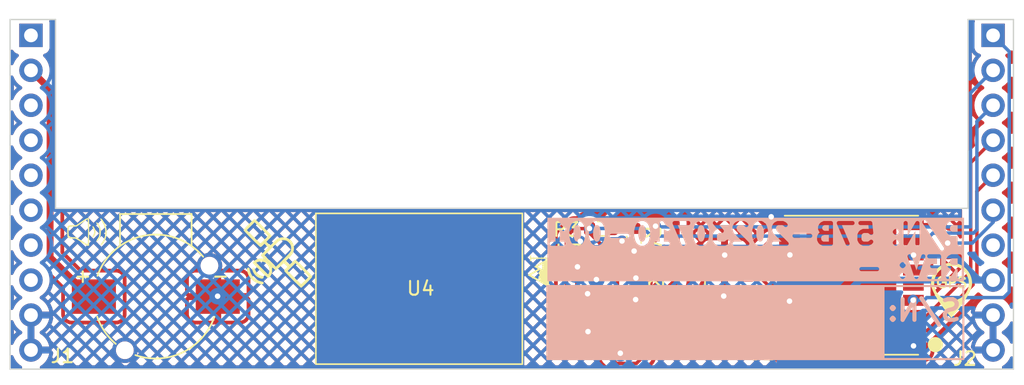
<source format=kicad_pcb>
(kicad_pcb (version 20230620) (generator pcbnew)
  (title_block (title "Beepberry Sensor Carrier") (date "2023-07-10") (rev "-") (company "57Bravo") (comment 1 "P/N: 57B-20230710-001"))
  (layers (0 "F.Cu" signal) (31 "B.Cu" signal) (34 "B.Paste" user) (35 "F.Paste" user) (36 "B.SilkS" user "B.Silkscreen") (37 "F.SilkS" user "F.Silkscreen") (38 "B.Mask" user) (39 "F.Mask" user) (44 "Edge.Cuts" user))
  (net 0 "")
  (net 1 "GND")
  (net 2 "3.3V")
  (net 3 "/ANT")
  (net 13 "/Pi_GPIO6_GPCLK2")
  (net 14 "/Pi_GPIO13_PWM0_1")
  (net 15 "/Pi_GPIO19_SPI1_MISO")
  (net 16 "/Pi_GPIO26_GPCLK1")
  (net 17 "/Pi_GPIO21_SPI1_SCLK")
  (net 18 "/Pi_GPIO20_SPI1_MOSI")
  (net 19 "5V")
  (net 20 "/Pi_GPIO16_CTS1")
  (net 21 "/Pi_GPIO3_SCL1")
  (net 22 "/Pi_GPIO2_SDA1")
  (net 23 "/Pi_GPIO14_TXD1")
  (net 24 "/Pi_GPIO15_RXD1")
  (net 25 "/Pi_GPIO18_PWM0_0")
  (footprint "Connector_PinHeader_2.54mm:PinHeader_1x10_P2.54mm_Vertical" (layer "F.Cu") (at 128.41 86.26)
    (property "Reference" "J1" (at 2.29 23.29 0 unlocked) (layer "F.SilkS"))
    (property "Value" "Conn_01x10_Pin" hide)
    (pad "1" thru_hole rect (at 0 0) (size 1.7 1.7) (drill 1) (layers "*.Cu" "*.Mask") (net 13 "/Pi_GPIO6_GPCLK2"))
    (pad "2" thru_hole oval (at 0 2.54) (size 1.7 1.7) (drill 1) (layers "*.Cu" "*.Mask") (net 14 "/Pi_GPIO13_PWM0_1"))
    (pad "3" thru_hole oval (at 0 5.08) (size 1.7 1.7) (drill 1) (layers "*.Cu" "*.Mask") (net 15 "/Pi_GPIO19_SPI1_MISO"))
    (pad "4" thru_hole oval (at 0 7.62) (size 1.7 1.7) (drill 1) (layers "*.Cu" "*.Mask") (net 16 "/Pi_GPIO26_GPCLK1"))
    (pad "5" thru_hole oval (at 0 10.16) (size 1.7 1.7) (drill 1) (layers "*.Cu" "*.Mask") (net 17 "/Pi_GPIO21_SPI1_SCLK"))
    (pad "6" thru_hole oval (at 0 12.7) (size 1.7 1.7) (drill 1) (layers "*.Cu" "*.Mask") (net 18 "/Pi_GPIO20_SPI1_MOSI"))
    (pad "7" thru_hole oval (at 0 15.24) (size 1.7 1.7) (drill 1) (layers "*.Cu" "*.Mask"))
    (pad "8" thru_hole oval (at 0 17.78) (size 1.7 1.7) (drill 1) (layers "*.Cu" "*.Mask"))
    (pad "9" thru_hole oval (at 0 20.32) (size 1.7 1.7) (drill 1) (layers "*.Cu" "*.Mask") (net 1 "GND"))
    (pad "10" thru_hole oval (at 0 22.86) (size 1.7 1.7) (drill 1) (layers "*.Cu" "*.Mask") (net 1 "GND"))
  )
  (footprint "1_project:CUI_CBT-09427-SMT" (layer "F.Cu") (at 137.48 105.239331)
    (property "Reference" "BUZZER1" hide)
    (property "Value" "CBT-09427-SMT" hide)
    (fp_text user "+" (at -5.30401 -1.52116 0) (layer "F.SilkS") (effects (font (size 1.000756 1.000756))))
    (fp_text user "-" (at 4.70379 -1.52203 0) (layer "F.SilkS") (effects (font (size 1.001331 1.001331))))
    (pad "" np_thru_hole circle (at -2.25 3.897) (size 0.8 0.8) (drill 0.8) (layers "F&B.Cu" "*.Mask"))
    (pad "" np_thru_hole circle (at 3.897 -2.25) (size 0.8 0.8) (drill 0.8) (layers "F&B.Cu" "*.Mask"))
    (pad "M" smd rect (at 4.5 0) (size 3.2 2.5) (layers "F.Cu" "F.Paste" "F.Mask") (net 1 "GND"))
    (pad "P" smd rect (at -4.5 0) (size 3.2 2.5) (layers "F.Cu" "F.Paste" "F.Mask") (net 14 "/Pi_GPIO13_PWM0_1"))
  )
  (footprint "Capacitor_SMD:C_0603_1608Metric" (layer "F.Cu") (at 169.68 105.05)
    (property "Reference" "C1" (at -2.53 0.11 0 unlocked) (layer "F.SilkS"))
    (property "Value" "100n" hide)
    (pad "1" smd roundrect (at -0.775 0) (size 0.9 0.95) (layers "F.Cu" "F.Paste" "F.Mask") (net 1 "GND"))
    (pad "2" smd roundrect (at 0.775 0) (size 0.9 0.95) (layers "F.Cu" "F.Paste" "F.Mask") (net 2 "3.3V"))
  )
  (footprint "LOGO" (layer "F.Cu") (at 195.29 104.77)
    (property "Reference" "G***" hide)
    (property "Value" "LOGO" hide)
  )
  (footprint "LOGO" (layer "F.Cu") (at 165.354 103.378 90)
    (property "Reference" "G***" hide)
    (property "Value" "LOGO" hide)
  )
  (footprint "1_project:LINX_CONUFL001-SMD-T" (layer "F.Cu") (at 178.8 103.65 90)
    (property "Reference" "J3" (at -2.92 1.66 0 unlocked) (layer "F.SilkS"))
    (property "Value" "CONUFL001-SMD-T" hide)
    (pad "1" smd rect (at 0 1.525 90) (size 1 1.05) (layers "F.Cu" "F.Paste" "F.Mask") (net 3 "/ANT"))
    (pad "2" smd rect (at -1.475 0 90) (size 1.05 2.2) (layers "F.Cu" "F.Paste" "F.Mask") (net 1 "GND"))
    (pad "3" smd rect (at 1.475 0 90) (size 1.05 2.2) (layers "F.Cu" "F.Paste" "F.Mask") (net 1 "GND"))
  )
  (footprint "LOGO" (layer "F.Cu") (at 132.48 100.54)
    (property "Reference" "G***" hide)
    (property "Value" "LOGO" hide)
  )
  (footprint "1_project:GPS18P-SMD-1.1-10X9.6MM" (layer "F.Cu") (at 188.02 104.41075 180)
    (property "Reference" "U1" (at 6.55 -4.92925 0 unlocked) (layer "F.SilkS"))
    (property "Value" "MAX-7" hide)
    (property "VALUE" "18p-10x9.6mm" hide)
    (pad "1" smd rect (at -4.5 -4.4 180) (size 1.5 0.8) (layers "F.Cu" "F.Paste" "F.Mask") (net 1 "GND"))
    (pad "2" smd rect (at -4.5 -3.3 180) (size 1.5 0.8) (layers "F.Cu" "F.Paste" "F.Mask") (net 24 "/Pi_GPIO15_RXD1"))
    (pad "3" smd rect (at -4.5 -2.2 180) (size 1.5 0.8) (layers "F.Cu" "F.Paste" "F.Mask") (net 23 "/Pi_GPIO14_TXD1"))
    (pad "4" smd rect (at -4.5 -1.1 180) (size 1.5 0.8) (layers "F.Cu" "F.Paste" "F.Mask") (net 20 "/Pi_GPIO16_CTS1"))
    (pad "5" smd rect (at -4.5 0 180) (size 1.5 0.8) (layers "F.Cu" "F.Paste" "F.Mask"))
    (pad "6" smd rect (at -4.5 1.1 180) (size 1.5 0.8) (layers "F.Cu" "F.Paste" "F.Mask") (net 2 "3.3V"))
    (pad "7" smd rect (at -4.5 2.2 180) (size 1.5 0.8) (layers "F.Cu" "F.Paste" "F.Mask") (net 2 "3.3V"))
    (pad "8" smd rect (at -4.5 3.3 180) (size 1.5 0.8) (layers "F.Cu" "F.Paste" "F.Mask") (net 2 "3.3V"))
    (pad "9" smd rect (at -4.5 4.4 180) (size 1.5 0.8) (layers "F.Cu" "F.Paste" "F.Mask") (net 25 "/Pi_GPIO18_PWM0_0"))
    (pad "10" smd rect (at 4.5 4.4 180) (size 1.5 0.8) (layers "F.Cu" "F.Paste" "F.Mask") (net 1 "GND"))
    (pad "11" smd rect (at 4.5 3.3 180) (size 1.5 0.8) (layers "F.Cu" "F.Paste" "F.Mask") (net 3 "/ANT"))
    (pad "12" smd rect (at 4.5 2.2 180) (size 1.5 0.8) (layers "F.Cu" "F.Paste" "F.Mask") (net 1 "GND"))
    (pad "13" smd rect (at 4.5 1.1 180) (size 1.5 0.8) (layers "F.Cu" "F.Paste" "F.Mask"))
    (pad "14" smd rect (at 4.5 0 180) (size 1.5 0.8) (layers "F.Cu" "F.Paste" "F.Mask") (net 3 "/ANT"))
    (pad "15" smd rect (at 4.5 -1.1 180) (size 1.5 0.8) (layers "F.Cu" "F.Paste" "F.Mask") (net 1 "GND"))
    (pad "16" smd rect (at 4.5 -2.2 180) (size 1.5 0.8) (layers "F.Cu" "F.Paste" "F.Mask"))
    (pad "17" smd rect (at 4.5 -3.3 180) (size 1.5 0.8) (layers "F.Cu" "F.Paste" "F.Mask"))
    (pad "18" smd rect (at 4.5 -4.4 180) (size 1.5 0.8) (layers "F.Cu" "F.Paste" "F.Mask"))
  )
  (footprint "1_project:gps_ant" (layer "F.Cu") (at 156.71 104.67)
    (property "Reference" "U4" (at 0.008 -0.022 0 unlocked) (layer "F.SilkS"))
    (property "Value" "GPS_ANT" hide)
  )
  (footprint "Capacitor_SMD:C_0603_1608Metric" (layer "F.Cu") (at 172.34 104.68 90)
    (property "Reference" "C2" (at -0.18 1.54 90 unlocked) (layer "F.SilkS"))
    (property "Value" "100n" hide)
    (pad "1" smd roundrect (at -0.775 0 90) (size 0.9 0.95) (layers "F.Cu" "F.Paste" "F.Mask") (net 2 "3.3V"))
    (pad "2" smd roundrect (at 0.775 0 90) (size 0.9 0.95) (layers "F.Cu" "F.Paste" "F.Mask") (net 1 "GND"))
  )
  (footprint "LOGO" (layer "F.Cu") (at 146.338923 102.085775)
    (property "Reference" "G***" hide)
    (property "Value" "LOGO" hide)
  )
  (footprint "Resistor_SMD:R_0603_1608Metric" (layer "F.Cu") (at 169.82 100.3 180)
    (property "Reference" "R3" (at 2.5 -0.07 0 unlocked) (layer "F.SilkS"))
    (property "Value" "4.7k" hide)
    (pad "1" smd roundrect (at -0.825 0 180) (size 0.8 0.95) (layers "F.Cu" "F.Paste" "F.Mask") (net 2 "3.3V"))
    (pad "2" smd roundrect (at 0.825 0 180) (size 0.8 0.95) (layers "F.Cu" "F.Paste" "F.Mask") (net 22 "/Pi_GPIO2_SDA1"))
  )
  (footprint "1_project:board_outline" (layer "F.Cu") (at 162.96 96.03)
    (property "Reference" "REF**" hide)
    (property "Value" "board_outline" hide)
    (fp_line (start -36.068 -10.922) (end -36.068 14.478) (stroke (width 0.1)) (layer "Edge.Cuts"))
    (fp_line (start -36.068 -10.922) (end -32.766 -10.922) (stroke (width 0.1)) (layer "Edge.Cuts"))
    (fp_line (start -36.068 14.478) (end 36.83 14.478) (stroke (width 0.1)) (layer "Edge.Cuts"))
    (fp_line (start -32.766 -10.922) (end -32.766 2.794) (stroke (width 0.1)) (layer "Edge.Cuts"))
    (fp_line (start -32.766 2.794) (end 33.528 2.794) (stroke (width 0.1)) (layer "Edge.Cuts"))
    (fp_line (start 33.528 -10.922) (end 33.528 2.794) (stroke (width 0.1)) (layer "Edge.Cuts"))
    (fp_line (start 36.83 -10.922) (end 33.528 -10.922) (stroke (width 0.1)) (layer "Edge.Cuts"))
    (fp_line (start 36.83 -10.922) (end 36.83 14.478) (stroke (width 0.1)) (layer "Edge.Cuts"))
  )
  (footprint "1_project:PQFN50P200X200X80-10N" (layer "F.Cu") (at 169.7575 102.51 180)
    (property "Reference" "U3" (at 2.2575 0.51 0 unlocked) (layer "F.SilkS"))
    (property "Value" "BMP388" hide)
    (pad "1" smd rect (at -0.765 -0.25 180) (size 0.35 0.38) (layers "F.Cu" "F.Paste" "F.Mask") (net 2 "3.3V"))
    (pad "2" smd rect (at -0.765 0.25 180) (size 0.35 0.38) (layers "F.Cu" "F.Paste" "F.Mask") (net 21 "/Pi_GPIO3_SCL1"))
    (pad "3" smd rect (at -0.5 0.765 180) (size 0.35 0.38) (layers "F.Cu" "F.Paste" "F.Mask") (net 1 "GND"))
    (pad "4" smd rect (at 0 0.765 180) (size 0.35 0.38) (layers "F.Cu" "F.Paste" "F.Mask") (net 22 "/Pi_GPIO2_SDA1"))
    (pad "5" smd rect (at 0.5 0.765 180) (size 0.35 0.38) (layers "F.Cu" "F.Paste" "F.Mask") (net 1 "GND"))
    (pad "6" smd rect (at 0.765 0.25 180) (size 0.35 0.38) (layers "F.Cu" "F.Paste" "F.Mask"))
    (pad "7" smd rect (at 0.765 -0.25 180) (size 0.35 0.38) (layers "F.Cu" "F.Paste" "F.Mask"))
    (pad "8" smd rect (at 0.5 -0.765 180) (size 0.35 0.38) (layers "F.Cu" "F.Paste" "F.Mask") (net 1 "GND"))
    (pad "9" smd rect (at 0 -0.765 180) (size 0.35 0.38) (layers "F.Cu" "F.Paste" "F.Mask") (net 1 "GND"))
    (pad "10" smd rect (at -0.5 -0.765 180) (size 0.35 0.38) (layers "F.Cu" "F.Paste" "F.Mask") (net 2 "3.3V"))
  )
  (footprint "1_project:PQFN50P250X300X100-14N" (layer "F.Cu") (at 170.97 107.94)
    (property "Reference" "U2" (at -2.76 0.96 0 unlocked) (layer "F.SilkS"))
    (property "Value" "BMX160" hide)
    (pad "1" smd rect (at -1.16 -0.75) (size 0.58 0.35) (layers "F.Cu" "F.Paste" "F.Mask") (net 1 "GND"))
    (pad "2" smd rect (at -1.16 -0.25) (size 0.58 0.35) (layers "F.Cu" "F.Paste" "F.Mask") (net 1 "GND"))
    (pad "3" smd rect (at -1.16 0.25) (size 0.58 0.35) (layers "F.Cu" "F.Paste" "F.Mask") (net 1 "GND"))
    (pad "4" smd rect (at -1.16 0.75) (size 0.58 0.35) (layers "F.Cu" "F.Paste" "F.Mask"))
    (pad "5" smd rect (at -0.5 0.91) (size 0.35 0.58) (layers "F.Cu" "F.Paste" "F.Mask") (net 2 "3.3V"))
    (pad "6" smd rect (at 0 0.91) (size 0.35 0.58) (layers "F.Cu" "F.Paste" "F.Mask") (net 1 "GND"))
    (pad "7" smd rect (at 0.5 0.91) (size 0.35 0.58) (layers "F.Cu" "F.Paste" "F.Mask") (net 1 "GND"))
    (pad "8" smd rect (at 1.16 0.75) (size 0.58 0.35) (layers "F.Cu" "F.Paste" "F.Mask") (net 2 "3.3V"))
    (pad "9" smd rect (at 1.16 0.25) (size 0.58 0.35) (layers "F.Cu" "F.Paste" "F.Mask"))
    (pad "10" smd rect (at 1.16 -0.25) (size 0.58 0.35) (layers "F.Cu" "F.Paste" "F.Mask"))
    (pad "11" smd rect (at 1.16 -0.75) (size 0.58 0.35) (layers "F.Cu" "F.Paste" "F.Mask"))
    (pad "12" smd rect (at 0.5 -0.91) (size 0.35 0.58) (layers "F.Cu" "F.Paste" "F.Mask") (net 2 "3.3V"))
    (pad "13" smd rect (at 0 -0.91) (size 0.35 0.58) (layers "F.Cu" "F.Paste" "F.Mask") (net 21 "/Pi_GPIO3_SCL1"))
    (pad "14" smd rect (at -0.5 -0.91) (size 0.35 0.58) (layers "F.Cu" "F.Paste" "F.Mask") (net 22 "/Pi_GPIO2_SDA1"))
  )
  (footprint "Connector_PinHeader_2.54mm:PinHeader_1x10_P2.54mm_Vertical" (layer "F.Cu") (at 198.31 86.26)
    (property "Reference" "J2" (at -2.04 23.49 0 unlocked) (layer "F.SilkS"))
    (property "Value" "Conn_01x10_Pin" hide)
    (pad "1" thru_hole rect (at 0 0) (size 1.7 1.7) (drill 1) (layers "*.Cu" "*.Mask") (net 20 "/Pi_GPIO16_CTS1"))
    (pad "2" thru_hole oval (at 0 2.54) (size 1.7 1.7) (drill 1) (layers "*.Cu" "*.Mask") (net 21 "/Pi_GPIO3_SCL1"))
    (pad "3" thru_hole oval (at 0 5.08) (size 1.7 1.7) (drill 1) (layers "*.Cu" "*.Mask") (net 22 "/Pi_GPIO2_SDA1"))
    (pad "4" thru_hole oval (at 0 7.62) (size 1.7 1.7) (drill 1) (layers "*.Cu" "*.Mask") (net 23 "/Pi_GPIO14_TXD1"))
    (pad "5" thru_hole oval (at 0 10.16) (size 1.7 1.7) (drill 1) (layers "*.Cu" "*.Mask") (net 24 "/Pi_GPIO15_RXD1"))
    (pad "6" thru_hole oval (at 0 12.7) (size 1.7 1.7) (drill 1) (layers "*.Cu" "*.Mask") (net 25 "/Pi_GPIO18_PWM0_0"))
    (pad "7" thru_hole oval (at 0 15.24) (size 1.7 1.7) (drill 1) (layers "*.Cu" "*.Mask") (net 19 "5V"))
    (pad "8" thru_hole oval (at 0 17.78) (size 1.7 1.7) (drill 1) (layers "*.Cu" "*.Mask") (net 2 "3.3V"))
    (pad "9" thru_hole oval (at 0 20.32) (size 1.7 1.7) (drill 1) (layers "*.Cu" "*.Mask") (net 1 "GND"))
    (pad "10" thru_hole oval (at 0 22.86) (size 1.7 1.7) (drill 1) (layers "*.Cu" "*.Mask") (net 1 "GND"))
  )
  (footprint "LOGO" (layer "F.Cu") (at 174.73 107.98)
    (property "Reference" "G***" hide)
    (property "Value" "LOGO" hide)
  )
  (footprint "Resistor_SMD:R_0603_1608Metric" (layer "F.Cu") (at 172.22 101.11 -90)
    (property "Reference" "R4" (at -0.06 -1.37 -90 unlocked) (layer "F.SilkS"))
    (property "Value" "4.7k" hide)
    (pad "1" smd roundrect (at -0.825 0 270) (size 0.8 0.95) (layers "F.Cu" "F.Paste" "F.Mask") (net 2 "3.3V"))
    (pad "2" smd roundrect (at 0.825 0 270) (size 0.8 0.95) (layers "F.Cu" "F.Paste" "F.Mask") (net 21 "/Pi_GPIO3_SCL1"))
  )
  (footprint "LOGO" (layer "B.Cu") (at 151.638 104.648 180)
    (property "Reference" "G***" hide)
    (property "Value" "LOGO" hide)
  )
  (gr_rect (start 165.93 104.47) (end 190.348 109.71) (stroke (width 0.15)) (fill solid) (layer "B.SilkS"))
  (gr_rect (start 165.93 104.47) (end 196.15 109.78) (stroke (width 0.15)) (fill none) (layer "B.SilkS"))
  (gr_text "P/N: 57B-20230710-001\nREV: -" (at 196.44 104.01 -0) (layer "B.SilkS" knockout) (effects (font (size 1.5 1.5) (thickness 0.3) bold) (justify left bottom mirror)))
  (gr_text "S/N:" (at 196.15 107.125 0) (layer "B.SilkS") (effects (font (size 1.5 1.5) (thickness 0.3) bold) (justify left bottom mirror)))
  (segment (start 168.847238 101.745) (end 168.321282 101.219044) (width 0.25) (layer "F.Cu") (net 1))
  (segment (start 170.97 108.85) (end 170.97 109.39) (width 0.25) (layer "F.Cu") (net 1))
  (segment (start 169.2575 101.745) (end 168.847238 101.745) (width 0.25) (layer "F.Cu") (net 1))
  (segment (start 168.9 107.38) (end 168.9 107.76) (width 0.25) (layer "F.Cu") (net 1))
  (segment (start 183.52 100.01075) (end 182.76075 100.01075) (width 0.5) (layer "F.Cu") (net 1))
  (segment (start 168.9 107.95) (end 168.97 108.02) (width 0.25) (layer "F.Cu") (net 1))
  (segment (start 169.7575 103.9575) (end 169.76 103.96) (width 0.25) (layer "F.Cu") (net 1))
  (segment (start 169.24 103.96) (end 169.2575 103.9425) (width 0.25) (layer "F.Cu") (net 1))
  (segment (start 170.8025 101.2) (end 171.35 101.2) (width 0.25) (layer "F.Cu") (net 1))
  (segment (start 170.2575 101.745) (end 170.8025 101.2) (width 0.25) (layer "F.Cu") (net 1))
  (segment (start 169.45 103.96) (end 169.24 103.96) (width 0.25) (layer "F.Cu") (net 1))
  (segment (start 168.88 107.78) (end 168.9 107.8) (width 0.25) (layer "F.Cu") (net 1))
  (segment (start 169.53 103.96) (end 169.49 104) (width 0.25) (layer "F.Cu") (net 1))
  (segment (start 169.76 103.96) (end 169.53 103.96) (width 0.25) (layer "F.Cu") (net 1))
  (segment (start 170.97 109.39) (end 171.18 109.6) (width 0.25) (layer "F.Cu") (net 1))
  (segment (start 169.49 104) (end 169.45 103.96) (width 0.25) (layer "F.Cu") (net 1))
  (segment (start 169.3 107.69) (end 168.97 108.02) (width 0.25) (layer "F.Cu") (net 1))
  (segment (start 169.14 108.19) (end 169.81 108.19) (width 0.25) (layer "F.Cu") (net 1))
  (segment (start 168.9 107.76) (end 168.88 107.78) (width 0.25) (layer "F.Cu") (net 1))
  (segment (start 171.47 109.11) (end 171.227653 109.352347) (width 0.25) (layer "F.Cu") (net 1))
  (segment (start 169.7575 103.275) (end 169.7575 103.9575) (width 0.25) (layer "F.Cu") (net 1))
  (segment (start 169.2575 103.9425) (end 169.2575 103.275) (width 0.25) (layer "F.Cu") (net 1))
  (segment (start 169.81 107.69) (end 169.3 107.69) (width 0.25) (layer "F.Cu") (net 1))
  (segment (start 171.47 108.85) (end 171.47 109.11) (width 0.25) (layer "F.Cu") (net 1))
  (segment (start 169.09 107.19) (end 168.9 107.38) (width 0.25) (layer "F.Cu") (net 1))
  (segment (start 182.76075 100.01075) (end 182.19 99.44) (width 0.5) (layer "F.Cu") (net 1))
  (segment (start 171.18 109.6) (end 171.227653 109.552347) (width 0.25) (layer "F.Cu") (net 1))
  (segment (start 169.81 107.19) (end 169.09 107.19) (width 0.25) (layer "F.Cu") (net 1))
  (segment (start 171.227653 109.552347) (end 171.227653 109.352347) (width 0.25) (layer "F.Cu") (net 1))
  (segment (start 168.9 107.8) (end 168.9 107.95) (width 0.25) (layer "F.Cu") (net 1))
  (segment (start 168.97 108.02) (end 169.14 108.19) (width 0.25) (layer "F.Cu") (net 1))
  (via (at 183.55 102.21) (size 0.8) (drill 0.4) (layers "F.Cu" "B.Cu") (net 1))
  (via (at 168.321282 101.219044) (size 0.8) (drill 0.4) (layers "F.Cu" "B.Cu") (net 1))
  (via (at 172.36 103.89) (size 0.8) (drill 0.4) (layers "F.Cu" "B.Cu") (net 1))
  (via (at 192.53 108.82) (size 0.8) (drill 0.4) (layers "F.Cu" "B.Cu") (net 1))
  (via (at 183.52 105.57) (size 0.8) (drill 0.4) (layers "F.Cu" "B.Cu") (net 1))
  (via (at 168.85 105.03) (size 0.8) (drill 0.4) (layers "F.Cu" "B.Cu") (net 1))
  (via (at 178.74 105.2) (size 0.8) (drill 0.4) (layers "F.Cu" "B.Cu") (net 1))
  (via (at 141.97 105.21) (size 0.8) (drill 0.4) (layers "F.Cu" "B.Cu") (net 1))
  (via (at 171.35 101.2) (size 0.8) (drill 0.4) (layers "F.Cu" "B.Cu") (net 1))
  (via (at 169.49 104) (size 0.8) (drill 0.4) (layers "F.Cu" "B.Cu") (net 1))
  (via (at 171.227653 109.352347) (size 0.8) (drill 0.4) (layers "F.Cu" "B.Cu") (net 1))
  (via (at 178.81 102.22) (size 0.8) (drill 0.4) (layers "F.Cu" "B.Cu") (net 1))
  (via (at 168.88 107.78) (size 0.8) (drill 0.4) (layers "F.Cu" "B.Cu") (net 1))
  (via (at 182.19 99.44) (size 0.8) (drill 0.4) (layers "F.Cu" "B.Cu") (net 1))
  (segment (start 171.3 103.49) (end 171.3 103.025) (width 0.25) (layer "F.Cu") (net 2))
  (segment (start 175.29 104.12) (end 173.955 105.455) (width 0.5) (layer "F.Cu") (net 2))
  (segment (start 174.68 99.27) (end 175.29 99.88) (width 0.5) (layer "F.Cu") (net 2))
  (segment (start 173.02 108.78) (end 173.58 108.22) (width 0.25) (layer "F.Cu") (net 2))
  (segment (start 171.02 103.77) (end 171.3 103.49) (width 0.25) (layer "F.Cu") (net 2))
  (segment (start 170.62 105.05) (end 171.025 105.455) (width 0.5) (layer "F.Cu") (net 2))
  (segment (start 192.53925 102.21075) (end 193.80925 102.21075) (width 0.25) (layer "F.Cu") (net 2))
  (segment (start 172.92 109.57) (end 172.92 108.78) (width 0.25) (layer "F.Cu") (net 2))
  (segment (start 173.58 108.22) (end 173.58 106.695) (width 0.25) (layer "F.Cu") (net 2))
  (segment (start 193.80925 102.21075) (end 193.84 102.18) (width 0.25) (layer "F.Cu") (net 2))
  (segment (start 193.84 103.03) (end 193.55925 103.31075) (width 0.25) (layer "F.Cu") (net 2))
  (segment (start 170.645 100.3) (end 170.645 99.945) (width 0.5) (layer "F.Cu") (net 2))
  (segment (start 172.83 108.69) (end 172.13 108.69) (width 0.25) (layer "F.Cu") (net 2))
  (segment (start 173.58 106.695) (end 172.34 105.455) (width 0.25) (layer "F.Cu") (net 2))
  (segment (start 170.94 110.09) (end 172.4 110.09) (width 0.25) (layer "F.Cu") (net 2))
  (segment (start 171.02 103.77) (end 171.02 104.485) (width 0.25) (layer "F.Cu") (net 2))
  (segment (start 172.92 108.78) (end 173.02 108.78) (width 0.25) (layer "F.Cu") (net 2))
  (segment (start 175.29 99.88) (end 175.29 104.12) (width 0.5) (layer "F.Cu") (net 2))
  (segment (start 171.32 99.27) (end 174.68 99.27) (width 0.5) (layer "F.Cu") (net 2))
  (segment (start 171.47 105.9) (end 171.025 105.455) (width 0.25) (layer "F.Cu") (net 2))
  (segment (start 172.205 100.3) (end 172.22 100.285) (width 0.5) (layer "F.Cu") (net 2))
  (segment (start 173.955 105.455) (end 172.34 105.455) (width 0.5) (layer "F.Cu") (net 2))
  (segment (start 193.55925 103.31075) (end 192.52 103.31075) (width 0.25) (layer "F.Cu") (net 2))
  (segment (start 171.47 107.03) (end 171.47 105.9) (width 0.25) (layer "F.Cu") (net 2))
  (segment (start 170.47 108.85) (end 170.47 109.62) (width 0.25) (layer "F.Cu") (net 2))
  (segment (start 170.645 100.3) (end 172.205 100.3) (width 0.5) (layer "F.Cu") (net 2))
  (segment (start 172.92 108.78) (end 172.83 108.69) (width 0.25) (layer "F.Cu") (net 2))
  (segment (start 170.645 99.945) (end 171.32 99.27) (width 0.5) (layer "F.Cu") (net 2))
  (segment (start 170.455 105.05) (end 170.62 105.05) (width 0.5) (layer "F.Cu") (net 2))
  (segment (start 170.35 103.77) (end 171.02 103.77) (width 0.25) (layer "F.Cu") (net 2))
  (segment (start 170.2575 103.275) (end 170.2575 103.6775) (width 0.25) (layer "F.Cu") (net 2))
  (segment (start 171.02 104.485) (end 170.455 105.05) (width 0.25) (layer "F.Cu") (net 2))
  (segment (start 193.64075 101.11075) (end 193.84 101.31) (width 0.25) (layer "F.Cu") (net 2))
  (segment (start 192.52 101.11075) (end 193.64075 101.11075) (width 0.25) (layer "F.Cu") (net 2))
  (segment (start 171.3 103.025) (end 171.065 102.79) (width 0.25) (layer "F.Cu") (net 2))
  (segment (start 171.025 105.455) (end 172.34 105.455) (width 0.5) (layer "F.Cu") (net 2))
  (segment (start 172.4 110.09) (end 172.92 109.57) (width 0.25) (layer "F.Cu") (net 2))
  (segment (start 193.84 101.31) (end 193.84 102.18) (width 0.25) (layer "F.Cu") (net 2))
  (segment (start 192.52 102.21075) (end 192.52075 102.21075) (width 0.25) (layer "F.Cu") (net 2))
  (segment (start 192.52075 102.21075) (end 192.53 102.22) (width 0.25) (layer "F.Cu") (net 2))
  (segment (start 193.84 102.18) (end 193.84 103.03) (width 0.25) (layer "F.Cu") (net 2))
  (segment (start 170.2575 103.6775) (end 170.35 103.77) (width 0.25) (layer "F.Cu") (net 2))
  (segment (start 192.53 102.22) (end 192.53925 102.21075) (width 0.25) (layer "F.Cu") (net 2))
  (segment (start 171.065 102.79) (end 170.71 102.79) (width 0.25) (layer "F.Cu") (net 2))
  (segment (start 170.47 109.62) (end 170.94 110.09) (width 0.25) (layer "F.Cu") (net 2))
  (via (at 192.53 102.22) (size 0.8) (drill 0.4) (layers "F.Cu" "B.Cu") (net 2))
  (via (at 172.34 105.455) (size 0.8) (drill 0.4) (layers "F.Cu" "B.Cu") (net 2))
  (segment (start 198.31 104.04) (end 197.26 104.04) (width 0.5) (layer "B.Cu") (net 2))
  (segment (start 198.31 104.04) (end 188.64 104.04) (width 0.5) (layer "B.Cu") (net 2))
  (segment (start 197.26 104.04) (end 195.44 102.22) (width 0.5) (layer "B.Cu") (net 2))
  (segment (start 177.02 107.54) (end 174.935 105.455) (width 0.5) (layer "B.Cu") (net 2))
  (segment (start 195.44 102.22) (end 192.53 102.22) (width 0.5) (layer "B.Cu") (net 2))
  (segment (start 185.14 107.54) (end 177.02 107.54) (width 0.5) (layer "B.Cu") (net 2))
  (segment (start 188.64 104.04) (end 185.14 107.54) (width 0.5) (layer "B.Cu") (net 2))
  (segment (start 174.935 105.455) (end 172.34 105.455) (width 0.5) (layer "B.Cu") (net 2))
  (segment (start 181.2 103.65) (end 181.98 104.43) (width 0.25) (layer "F.Cu") (net 3))
  (segment (start 181.51 101.76) (end 182.15925 101.11075) (width 0.25) (layer "F.Cu") (net 3))
  (segment (start 182.15925 101.11075) (end 183.52 101.11075) (width 0.25) (layer "F.Cu") (net 3))
  (segment (start 180.7 103.65) (end 181.51 102.84) (width 0.25) (layer "F.Cu") (net 3))
  (segment (start 181.51 102.84) (end 181.51 101.76) (width 0.25) (layer "F.Cu") (net 3))
  (segment (start 181.99925 104.41075) (end 183.52 104.41075) (width 0.25) (layer "F.Cu") (net 3))
  (segment (start 181.98 104.43) (end 181.99925 104.41075) (width 0.25) (layer "F.Cu") (net 3))
  (segment (start 180.325 103.65) (end 181.2 103.65) (width 0.25) (layer "F.Cu") (net 3))
  (segment (start 180.325 103.65) (end 180.7 103.65) (width 0.25) (layer "F.Cu") (net 3))
  (segment (start 128.41 88.8) (end 129.8 90.19) (width 0.5) (layer "F.Cu") (net 14))
  (segment (start 129.8 90.19) (end 129.8 102.39) (width 0.5) (layer "F.Cu") (net 14))
  (segment (start 129.8 102.39) (end 132.649331 105.239331) (width 0.5) (layer "F.Cu") (net 14))
  (segment (start 132.649331 105.239331) (end 132.98 105.239331) (width 0.25) (layer "F.Cu") (net 14))
  (via (at 192.5 105.5) (size 0.8) (drill 0.4) (layers "F.Cu" "B.Cu") (net 20))
  (segment (start 193.3 105.5) (end 193.49 105.31) (width 0.25) (layer "B.Cu") (net 20))
  (segment (start 199.485 87.435) (end 198.31 86.26) (width 0.25) (layer "B.Cu") (net 20))
  (segment (start 199.08 105.31) (end 199.485 104.905) (width 0.25) (layer "B.Cu") (net 20))
  (segment (start 192.5 105.5) (end 193.3 105.5) (width 0.25) (layer "B.Cu") (net 20))
  (segment (start 193.49 105.31) (end 199.08 105.31) (width 0.25) (layer "B.Cu") (net 20))
  (segment (start 199.485 104.905) (end 199.485 87.435) (width 0.25) (layer "B.Cu") (net 20))
  (segment (start 168.07 103.12183) (end 168.115 103.07683) (width 0.25) (layer "F.Cu") (net 21))
  (segment (start 172.22 101.935) (end 172.215 101.935) (width 0.25) (layer "F.Cu") (net 21))
  (segment (start 170.97 106.45) (end 170.61 106.09) (width 0.25) (layer "F.Cu") (net 21))
  (segment (start 170.97 107.03) (end 170.97 106.45) (width 0.25) (layer "F.Cu") (net 21))
  (segment (start 173.786929 101.163071) (end 173.786929 100.12) (width 0.25) (layer "F.Cu") (net 21))
  (segment (start 172.23 101.93) (end 173.02 101.93) (width 0.25) (layer "F.Cu") (net 21))
  (segment (start 171.185 101.935) (end 170.98 102.14) (width 0.25) (layer "F.Cu") (net 21))
  (segment (start 173.02 101.93) (end 173.786929 101.163071) (width 0.25) (layer "F.Cu") (net 21))
  (segment (start 168.07 106.09) (end 168.07 103.12183) (width 0.25) (layer "F.Cu") (net 21))
  (segment (start 170.61 106.09) (end 168.07 106.09) (width 0.25) (layer "F.Cu") (net 21))
  (segment (start 172.215 101.935) (end 172.23 101.93) (width 0.25) (layer "F.Cu") (net 21))
  (segment (start 170.5225 102.26) (end 170.86 102.26) (width 0.25) (layer "F.Cu") (net 21))
  (segment (start 170.86 102.26) (end 170.98 102.14) (width 0.25) (layer "F.Cu") (net 21))
  (segment (start 172.23 101.93) (end 172.225 101.935) (width 0.25) (layer "F.Cu") (net 21))
  (segment (start 172.225 101.935) (end 171.185 101.935) (width 0.25) (layer "F.Cu") (net 21))
  (via (at 168.115 103.07683) (size 0.8) (drill 0.4) (layers "F.Cu" "B.Cu") (net 21))
  (via (at 173.786929 100.12) (size 0.8) (drill 0.4) (layers "F.Cu" "B.Cu") (net 21))
  (via (at 172.23 101.93) (size 0.8) (drill 0.4) (layers "F.Cu" "B.Cu") (net 21))
  (segment (start 168.83317 103.07683) (end 168.115 103.07683) (width 0.25) (layer "B.Cu") (net 21))
  (segment (start 173.841929 100.175) (end 173.786929 100.12) (width 0.25) (layer "B.Cu") (net 21))
  (segment (start 196.669493 100.175) (end 173.841929 100.175) (width 0.25) (layer "B.Cu") (net 21))
  (segment (start 172.23 101.93) (end 171.76 102.4) (width 0.25) (layer "B.Cu") (net 21))
  (segment (start 171.76 102.4) (end 169.51 102.4) (width 0.25) (layer "B.Cu") (net 21))
  (segment (start 169.51 102.4) (end 168.83317 103.07683) (width 0.25) (layer "B.Cu") (net 21))
  (segment (start 196.669493 90.440507) (end 196.669493 100.175) (width 0.25) (layer "B.Cu") (net 21))
  (segment (start 198.31 88.8) (end 196.669493 90.440507) (width 0.25) (layer "B.Cu") (net 21))
  (segment (start 168.995 100.615) (end 168.99 100.29) (width 0.25) (layer "F.Cu") (net 22))
  (segment (start 170.47 107.03) (end 170.47 106.89) (width 0.25) (layer "F.Cu") (net 22))
  (segment (start 168.99 100.29) (end 168.995 100.3) (width 0.25) (layer "F.Cu") (net 22))
  (segment (start 169.7575 101.3775) (end 168.995 100.615) (width 0.25) (layer "F.Cu") (net 22))
  (segment (start 167.31 105.97) (end 167.31 100.9) (width 0.25) (layer "F.Cu") (net 22))
  (segment (start 167.91 100.3) (end 168.995 100.3) (width 0.25) (layer "F.Cu") (net 22))
  (segment (start 167.31 100.9) (end 167.91 100.3) (width 0.25) (layer "F.Cu") (net 22))
  (segment (start 170.47 106.89) (end 170.14 106.56) (width 0.25) (layer "F.Cu") (net 22))
  (segment (start 170.14 106.56) (end 167.9 106.56) (width 0.25) (layer "F.Cu") (net 22))
  (segment (start 169.7575 101.745) (end 169.7575 101.3775) (width 0.25) (layer "F.Cu") (net 22))
  (segment (start 167.9 106.56) (end 167.31 105.97) (width 0.25) (layer "F.Cu") (net 22))
  (via (at 168.99 100.29) (size 0.8) (drill 0.4) (layers "F.Cu" "B.Cu") (net 22))
  (segment (start 172.931624 100.29) (end 173.486624 100.845) (width 0.25) (layer "B.Cu") (net 22))
  (segment (start 193.939695 100.625) (end 196.886903 100.625) (width 0.25) (layer "B.Cu") (net 22))
  (segment (start 193.719695 100.845) (end 193.939695 100.625) (width 0.25) (layer "B.Cu") (net 22))
  (segment (start 196.886903 100.625) (end 197.135 100.376903) (width 0.25) (layer "B.Cu") (net 22))
  (segment (start 168.99 100.29) (end 172.931624 100.29) (width 0.25) (layer "B.Cu") (net 22))
  (segment (start 173.486624 100.845) (end 193.719695 100.845) (width 0.25) (layer "B.Cu") (net 22))
  (segment (start 197.135 100.376903) (end 197.135 92.515) (width 0.25) (layer "B.Cu") (net 22))
  (segment (start 197.135 92.515) (end 198.31 91.34) (width 0.25) (layer "B.Cu") (net 22))
  (segment (start 196.685 103.44575) (end 193.52 106.61075) (width 0.25) (layer "F.Cu") (net 23))
  (segment (start 193.52 106.61075) (end 192.52 106.61075) (width 0.25) (layer "F.Cu") (net 23))
  (segment (start 198.31 93.88) (end 196.685 95.505) (width 0.25) (layer "F.Cu") (net 23))
  (segment (start 196.685 95.505) (end 196.685 103.44575) (width 0.25) (layer "F.Cu") (net 23))
  (segment (start 197.135 97.595) (end 197.135 103.81075) (width 0.25) (layer "F.Cu") (net 24))
  (segment (start 196.85 104.38075) (end 193.52 107.71075) (width 0.25) (layer "F.Cu") (net 24))
  (segment (start 198.31 96.42) (end 197.135 97.595) (width 0.25) (layer "F.Cu") (net 24))
  (segment (start 197.135 103.81075) (end 196.85 104.09575) (width 0.25) (layer "F.Cu") (net 24))
  (segment (start 193.52 107.71075) (end 192.52 107.71075) (width 0.25) (layer "F.Cu") (net 24))
  (segment (start 196.85 104.09575) (end 196.85 104.38075) (width 0.25) (layer "F.Cu") (net 24))
  (segment (start 193.670744 100.01075) (end 195.01 101.350006) (width 0.25) (layer "F.Cu") (net 25))
  (segment (start 192.52 100.01075) (end 193.670744 100.01075) (width 0.25) (layer "F.Cu") (net 25))
  (via (at 195.01 101.350006) (size 0.8) (drill 0.4) (layers "F.Cu" "B.Cu") (net 25))
  (segment (start 196.798293 101.350006) (end 195.01 101.350006) (width 0.25) (layer "B.Cu") (net 25))
  (segment (start 198.31 99.838299) (end 196.798293 101.350006) (width 0.25) (layer "B.Cu") (net 25))
  (segment (start 198.31 98.96) (end 198.31 99.838299) (width 0.25) (layer "B.Cu") (net 25))
  (zone (net 1) (net_name "GND") (layers "F&B.Cu") (connect_pads (clearance 0.5)) (min_thickness 0.25) (fill yes (thermal_gap 0.5) (thermal_bridge_width 0.5))
    (polygon (pts (xy 182.588 97.79) (xy 193.45 97.79) (xy 193.45 111.158) (xy 182.588 111.158)))
  )
  (zone (net 1) (net_name "GND") (layers "F&B.Cu") (connect_pads (clearance 0.5)) (min_thickness 0.25) (fill yes (thermal_gap 0.5) (thermal_bridge_width 0.5))
    (polygon (pts (xy 149.06 97.55) (xy 164.24 97.55) (xy 164.24 111.68) (xy 149.06 111.68)))
  )
  (zone (net 1) (net_name "GND") (layers "F&B.Cu") (connect_pads (clearance 0.5)) (min_thickness 0.25) (fill yes (mode hatch) (thermal_gap 0.5) (thermal_bridge_width 0.5) (island_removal_mode 1) (island_area_min 10) (hatch_thickness 0.25) (hatch_gap 0.57) (hatch_orientation 45) (hatch_border_algorithm hatch_thickness) (hatch_min_hole_area 0.3))
    (polygon (pts (xy 196.06 98.42) (xy 130.7 98.38) (xy 130.66 83.69) (xy 126.5 83.69) (xy 126.25 84.25) (xy 126.16 111.34) (xy 200.57 111.34) (xy 200.54 84.01) (xy 196.12 84.01)))
  )
)
</source>
